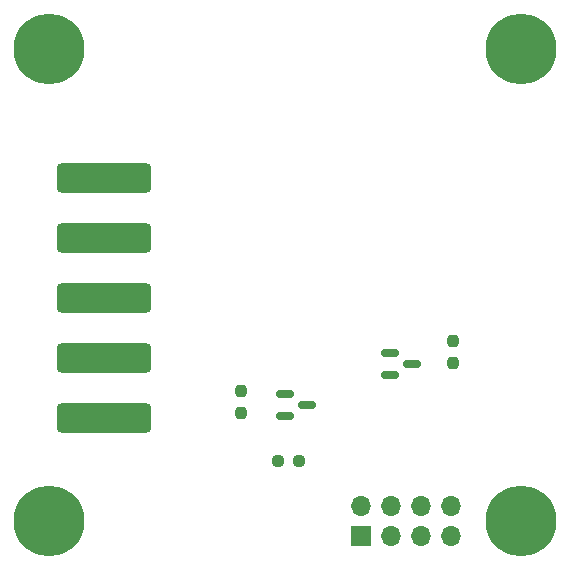
<source format=gbr>
%TF.GenerationSoftware,KiCad,Pcbnew,8.0.8*%
%TF.CreationDate,2025-02-23T10:11:51-08:00*%
%TF.ProjectId,bts7960 adapter,62747337-3936-4302-9061-646170746572,rev?*%
%TF.SameCoordinates,Original*%
%TF.FileFunction,Soldermask,Top*%
%TF.FilePolarity,Negative*%
%FSLAX46Y46*%
G04 Gerber Fmt 4.6, Leading zero omitted, Abs format (unit mm)*
G04 Created by KiCad (PCBNEW 8.0.8) date 2025-02-23 10:11:51*
%MOMM*%
%LPD*%
G01*
G04 APERTURE LIST*
G04 Aperture macros list*
%AMRoundRect*
0 Rectangle with rounded corners*
0 $1 Rounding radius*
0 $2 $3 $4 $5 $6 $7 $8 $9 X,Y pos of 4 corners*
0 Add a 4 corners polygon primitive as box body*
4,1,4,$2,$3,$4,$5,$6,$7,$8,$9,$2,$3,0*
0 Add four circle primitives for the rounded corners*
1,1,$1+$1,$2,$3*
1,1,$1+$1,$4,$5*
1,1,$1+$1,$6,$7*
1,1,$1+$1,$8,$9*
0 Add four rect primitives between the rounded corners*
20,1,$1+$1,$2,$3,$4,$5,0*
20,1,$1+$1,$4,$5,$6,$7,0*
20,1,$1+$1,$6,$7,$8,$9,0*
20,1,$1+$1,$8,$9,$2,$3,0*%
G04 Aperture macros list end*
%ADD10RoundRect,0.410105X3.589895X-0.839895X3.589895X0.839895X-3.589895X0.839895X-3.589895X-0.839895X0*%
%ADD11C,6.000000*%
%ADD12RoundRect,0.237500X0.237500X-0.250000X0.237500X0.250000X-0.237500X0.250000X-0.237500X-0.250000X0*%
%ADD13RoundRect,0.237500X-0.250000X-0.237500X0.250000X-0.237500X0.250000X0.237500X-0.250000X0.237500X0*%
%ADD14RoundRect,0.150000X-0.587500X-0.150000X0.587500X-0.150000X0.587500X0.150000X-0.587500X0.150000X0*%
%ADD15R,1.700000X1.700000*%
%ADD16O,1.700000X1.700000*%
G04 APERTURE END LIST*
D10*
%TO.C,J1*%
X4680000Y-31300000D03*
X4680000Y-26220000D03*
X4680000Y-21140000D03*
X4680000Y-16060000D03*
X4680000Y-10980000D03*
%TD*%
D11*
%TO.C,REF\u002A\u002A*%
X0Y0D03*
%TD*%
%TO.C,REF\u002A\u002A*%
X40000000Y-40000000D03*
%TD*%
%TO.C,REF\u002A\u002A*%
X40000000Y0D03*
%TD*%
%TO.C,REF\u002A\u002A*%
X0Y-40000000D03*
%TD*%
D12*
%TO.C,R3*%
X34180000Y-26600000D03*
X34180000Y-24775000D03*
%TD*%
%TO.C,R2*%
X16280000Y-30845000D03*
X16280000Y-29020000D03*
%TD*%
D13*
%TO.C,R1*%
X19365000Y-34930000D03*
X21190000Y-34930000D03*
%TD*%
D14*
%TO.C,Q2*%
X28855000Y-25750000D03*
X28855000Y-27650000D03*
X30730000Y-26700000D03*
%TD*%
%TO.C,Q1*%
X19965000Y-29220000D03*
X19965000Y-31120000D03*
X21840000Y-30170000D03*
%TD*%
D15*
%TO.C,J2*%
X26380000Y-41270000D03*
D16*
X26380000Y-38730000D03*
X28920000Y-41270000D03*
X28920000Y-38730000D03*
X31460000Y-41270000D03*
X31460000Y-38730000D03*
X34000000Y-41270000D03*
X34000000Y-38730000D03*
%TD*%
M02*

</source>
